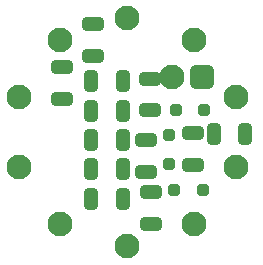
<source format=gbs>
G04 Layer_Color=16711935*
%FSLAX25Y25*%
%MOIN*%
G70*
G01*
G75*
G04:AMPARAMS|DCode=21|XSize=70.87mil|YSize=47.24mil|CornerRadius=12.8mil|HoleSize=0mil|Usage=FLASHONLY|Rotation=0.000|XOffset=0mil|YOffset=0mil|HoleType=Round|Shape=RoundedRectangle|*
%AMROUNDEDRECTD21*
21,1,0.07087,0.02165,0,0,0.0*
21,1,0.04528,0.04724,0,0,0.0*
1,1,0.02559,0.02264,-0.01083*
1,1,0.02559,-0.02264,-0.01083*
1,1,0.02559,-0.02264,0.01083*
1,1,0.02559,0.02264,0.01083*
%
%ADD21ROUNDEDRECTD21*%
G04:AMPARAMS|DCode=22|XSize=39.37mil|YSize=39.37mil|CornerRadius=10.83mil|HoleSize=0mil|Usage=FLASHONLY|Rotation=270.000|XOffset=0mil|YOffset=0mil|HoleType=Round|Shape=RoundedRectangle|*
%AMROUNDEDRECTD22*
21,1,0.03937,0.01772,0,0,270.0*
21,1,0.01772,0.03937,0,0,270.0*
1,1,0.02165,-0.00886,-0.00886*
1,1,0.02165,-0.00886,0.00886*
1,1,0.02165,0.00886,0.00886*
1,1,0.02165,0.00886,-0.00886*
%
%ADD22ROUNDEDRECTD22*%
G04:AMPARAMS|DCode=23|XSize=39.37mil|YSize=39.37mil|CornerRadius=10.83mil|HoleSize=0mil|Usage=FLASHONLY|Rotation=0.000|XOffset=0mil|YOffset=0mil|HoleType=Round|Shape=RoundedRectangle|*
%AMROUNDEDRECTD23*
21,1,0.03937,0.01772,0,0,0.0*
21,1,0.01772,0.03937,0,0,0.0*
1,1,0.02165,0.00886,-0.00886*
1,1,0.02165,-0.00886,-0.00886*
1,1,0.02165,-0.00886,0.00886*
1,1,0.02165,0.00886,0.00886*
%
%ADD23ROUNDEDRECTD23*%
G04:AMPARAMS|DCode=24|XSize=70.87mil|YSize=47.24mil|CornerRadius=12.8mil|HoleSize=0mil|Usage=FLASHONLY|Rotation=90.000|XOffset=0mil|YOffset=0mil|HoleType=Round|Shape=RoundedRectangle|*
%AMROUNDEDRECTD24*
21,1,0.07087,0.02165,0,0,90.0*
21,1,0.04528,0.04724,0,0,90.0*
1,1,0.02559,0.01083,0.02264*
1,1,0.02559,0.01083,-0.02264*
1,1,0.02559,-0.01083,-0.02264*
1,1,0.02559,-0.01083,0.02264*
%
%ADD24ROUNDEDRECTD24*%
%ADD25C,0.08268*%
G04:AMPARAMS|DCode=26|XSize=82.68mil|YSize=82.68mil|CornerRadius=21.65mil|HoleSize=0mil|Usage=FLASHONLY|Rotation=180.000|XOffset=0mil|YOffset=0mil|HoleType=Round|Shape=RoundedRectangle|*
%AMROUNDEDRECTD26*
21,1,0.08268,0.03937,0,0,180.0*
21,1,0.03937,0.08268,0,0,180.0*
1,1,0.04331,-0.01969,0.01969*
1,1,0.04331,0.01969,0.01969*
1,1,0.04331,0.01969,-0.01969*
1,1,0.04331,-0.01969,-0.01969*
%
%ADD26ROUNDEDRECTD26*%
D21*
X7972Y-19980D02*
D03*
Y-30610D02*
D03*
X-21949Y10925D02*
D03*
Y21555D02*
D03*
X21752Y-394D02*
D03*
Y-11024D02*
D03*
X7579Y17815D02*
D03*
Y7185D02*
D03*
X6299Y-2559D02*
D03*
Y-13189D02*
D03*
X-11614Y25394D02*
D03*
Y36024D02*
D03*
D22*
X15650Y-19488D02*
D03*
X25098D02*
D03*
X16240Y7480D02*
D03*
X25689D02*
D03*
D23*
X13878Y-1083D02*
D03*
Y-10531D02*
D03*
D24*
X-1575Y16929D02*
D03*
X-12205D02*
D03*
X-1575Y-22244D02*
D03*
X-12205D02*
D03*
Y-12451D02*
D03*
X-1575D02*
D03*
Y-2657D02*
D03*
X-12205D02*
D03*
Y7136D02*
D03*
X-1575D02*
D03*
X28740Y-689D02*
D03*
X39370D02*
D03*
D25*
X-98Y37902D02*
D03*
X22237Y30644D02*
D03*
X36042Y11644D02*
D03*
Y-11841D02*
D03*
X22237Y-30841D02*
D03*
X-98Y-38098D02*
D03*
X-22434Y-30841D02*
D03*
X-36239Y-11841D02*
D03*
Y11644D02*
D03*
X-22434Y30644D02*
D03*
X14902Y18209D02*
D03*
D26*
X24902D02*
D03*
M02*

</source>
